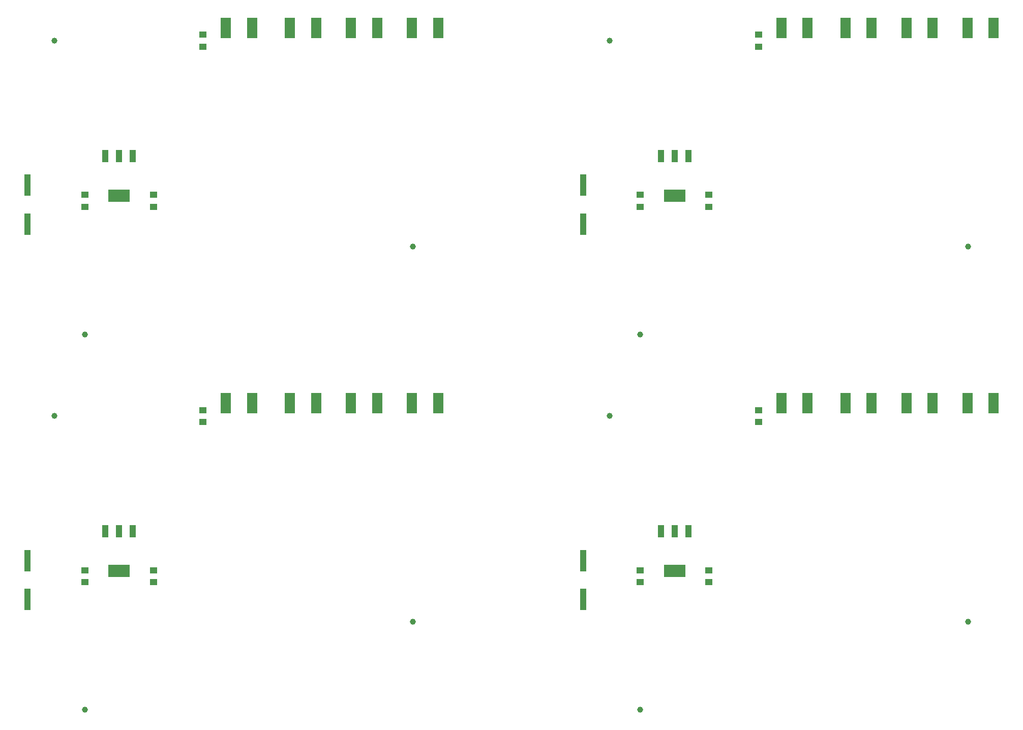
<source format=gtp>
G04 #@! TF.FileFunction,Paste,Top*
%FSLAX46Y46*%
G04 Gerber Fmt 4.6, Leading zero omitted, Abs format (unit mm)*
G04 Created by KiCad (PCBNEW (2015-01-16 BZR 5376)-product) date 12/06/2015 15:21:38*
%MOMM*%
G01*
G04 APERTURE LIST*
%ADD10C,0.100000*%
%ADD11C,1.000000*%
%ADD12R,1.250000X1.000000*%
%ADD13R,1.780000X3.500000*%
%ADD14R,3.657600X2.032000*%
%ADD15R,1.016000X2.032000*%
%ADD16R,1.100000X3.600000*%
G04 APERTURE END LIST*
D10*
D11*
X118825000Y-137710000D03*
X64215000Y-152315000D03*
D12*
X83900000Y-104420000D03*
X83900000Y-102420000D03*
X75645000Y-131090000D03*
X75645000Y-129090000D03*
X64215000Y-129090000D03*
X64215000Y-131090000D03*
D13*
X92039000Y-101261000D03*
X87699000Y-101261000D03*
X112867000Y-101261000D03*
X108527000Y-101261000D03*
X102707000Y-101261000D03*
X98367000Y-101261000D03*
X123027000Y-101261000D03*
X118687000Y-101261000D03*
D14*
X69930000Y-129201000D03*
D15*
X69930000Y-122597000D03*
X67644000Y-122597000D03*
X72216000Y-122597000D03*
D16*
X54690000Y-133975000D03*
X54690000Y-127475000D03*
D11*
X59135000Y-103420000D03*
X151635000Y-103420000D03*
D16*
X147190000Y-133975000D03*
X147190000Y-127475000D03*
D14*
X162430000Y-129201000D03*
D15*
X162430000Y-122597000D03*
X160144000Y-122597000D03*
X164716000Y-122597000D03*
D13*
X215527000Y-101261000D03*
X211187000Y-101261000D03*
X195207000Y-101261000D03*
X190867000Y-101261000D03*
X205367000Y-101261000D03*
X201027000Y-101261000D03*
X184539000Y-101261000D03*
X180199000Y-101261000D03*
D12*
X156715000Y-129090000D03*
X156715000Y-131090000D03*
X168145000Y-131090000D03*
X168145000Y-129090000D03*
X176400000Y-104420000D03*
X176400000Y-102420000D03*
D11*
X156715000Y-152315000D03*
X211325000Y-137710000D03*
X211325000Y-75210000D03*
X156715000Y-89815000D03*
D12*
X176400000Y-41920000D03*
X176400000Y-39920000D03*
X168145000Y-68590000D03*
X168145000Y-66590000D03*
X156715000Y-66590000D03*
X156715000Y-68590000D03*
D13*
X184539000Y-38761000D03*
X180199000Y-38761000D03*
X205367000Y-38761000D03*
X201027000Y-38761000D03*
X195207000Y-38761000D03*
X190867000Y-38761000D03*
X215527000Y-38761000D03*
X211187000Y-38761000D03*
D14*
X162430000Y-66701000D03*
D15*
X162430000Y-60097000D03*
X160144000Y-60097000D03*
X164716000Y-60097000D03*
D16*
X147190000Y-71475000D03*
X147190000Y-64975000D03*
D11*
X151635000Y-40920000D03*
X59135000Y-40920000D03*
D16*
X54690000Y-71475000D03*
X54690000Y-64975000D03*
D14*
X69930000Y-66701000D03*
D15*
X69930000Y-60097000D03*
X67644000Y-60097000D03*
X72216000Y-60097000D03*
D13*
X123027000Y-38761000D03*
X118687000Y-38761000D03*
X102707000Y-38761000D03*
X98367000Y-38761000D03*
X112867000Y-38761000D03*
X108527000Y-38761000D03*
X92039000Y-38761000D03*
X87699000Y-38761000D03*
D12*
X64215000Y-66590000D03*
X64215000Y-68590000D03*
X75645000Y-68590000D03*
X75645000Y-66590000D03*
X83900000Y-41920000D03*
X83900000Y-39920000D03*
D11*
X64215000Y-89815000D03*
X118825000Y-75210000D03*
M02*

</source>
